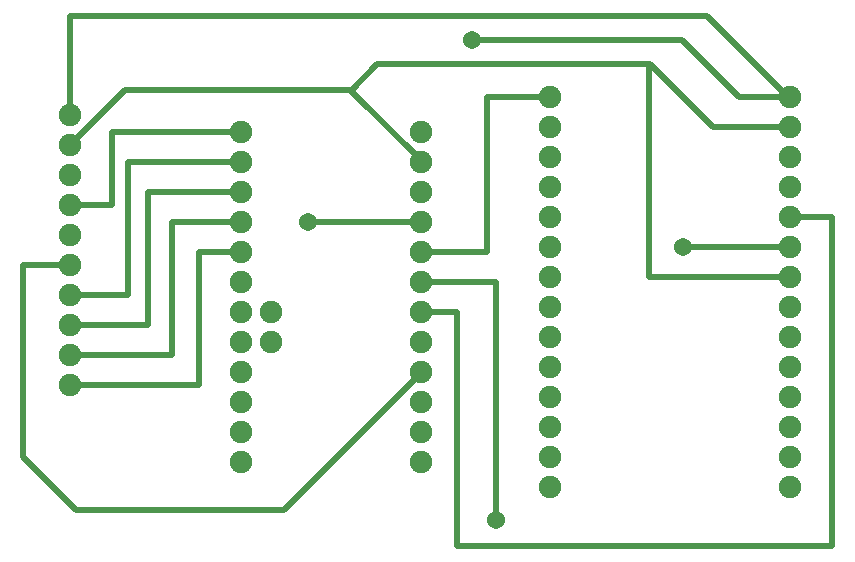
<source format=gbr>
G04 #@! TF.FileFunction,Copper,L2,Bot,Signal*
%FSLAX46Y46*%
G04 Gerber Fmt 4.6, Leading zero omitted, Abs format (unit mm)*
G04 Created by KiCad (PCBNEW 4.0.7) date Friday, July 06, 2018 'PMt' 05:05:22 PM*
%MOMM*%
%LPD*%
G01*
G04 APERTURE LIST*
%ADD10C,0.100000*%
%ADD11C,1.905000*%
%ADD12C,1.533200*%
%ADD13C,0.478600*%
G04 APERTURE END LIST*
D10*
D11*
X152273000Y-83312000D03*
X152273000Y-80772000D03*
X152273000Y-78232000D03*
X152273000Y-75692000D03*
X152273000Y-73152000D03*
X152273000Y-70612000D03*
X152273000Y-68072000D03*
X152273000Y-65532000D03*
X152273000Y-62992000D03*
X152273000Y-60452000D03*
X166751000Y-61849000D03*
X166751000Y-64389000D03*
X166751000Y-66929000D03*
X166751000Y-69469000D03*
X166751000Y-72009000D03*
X166751000Y-74549000D03*
X166751000Y-77089000D03*
X166751000Y-79629000D03*
X166751000Y-82169000D03*
X166751000Y-84709000D03*
X166751000Y-87249000D03*
X166751000Y-89789000D03*
X169291000Y-77089000D03*
X169291000Y-79629000D03*
X181991000Y-89789000D03*
X181991000Y-87249000D03*
X181991000Y-84709000D03*
X181991000Y-82169000D03*
X181991000Y-79629000D03*
X181991000Y-77089000D03*
X181991000Y-74549000D03*
X181991000Y-72009000D03*
X181991000Y-69469000D03*
X181991000Y-66929000D03*
X181991000Y-64389000D03*
X181991000Y-61849000D03*
X192913000Y-58928000D03*
X192913000Y-61468000D03*
X192913000Y-64008000D03*
X192913000Y-66548000D03*
X192913000Y-69088000D03*
X192913000Y-71628000D03*
X192913000Y-74168000D03*
X192913000Y-76708000D03*
X192913000Y-79248000D03*
X192913000Y-81788000D03*
X192913000Y-84328000D03*
X192913000Y-86868000D03*
X192913000Y-89408000D03*
X192913000Y-91948000D03*
X213233000Y-91948000D03*
X213233000Y-89408000D03*
X213233000Y-86868000D03*
X213233000Y-84328000D03*
X213233000Y-81788000D03*
X213233000Y-79248000D03*
X213233000Y-76708000D03*
X213233000Y-74168000D03*
X213233000Y-71628000D03*
X213233000Y-69088000D03*
X213233000Y-66548000D03*
X213233000Y-64008000D03*
X213233000Y-61468000D03*
X213233000Y-58928000D03*
D12*
X186309000Y-54102000D03*
X172466000Y-69469000D03*
X204216000Y-71628000D03*
X188341000Y-94742000D03*
D13*
X166751000Y-72009000D02*
X163195000Y-72009000D01*
X163195000Y-83312000D02*
X152273000Y-83312000D01*
X163195000Y-72009000D02*
X163195000Y-83312000D01*
X166751000Y-69469000D02*
X160909000Y-69469000D01*
X160909000Y-80772000D02*
X152273000Y-80772000D01*
X160909000Y-69469000D02*
X160909000Y-80772000D01*
X152273000Y-78232000D02*
X158877000Y-78232000D01*
X158877000Y-66929000D02*
X166751000Y-66929000D01*
X158877000Y-78232000D02*
X158877000Y-66929000D01*
X166751000Y-64389000D02*
X157226000Y-64389000D01*
X157226000Y-75692000D02*
X152273000Y-75692000D01*
X157226000Y-64389000D02*
X157226000Y-75692000D01*
X170434000Y-93853000D02*
X152781000Y-93853000D01*
X152781000Y-93853000D02*
X148336000Y-89408000D01*
X152273000Y-73152000D02*
X148336000Y-73152000D01*
X170434000Y-93853000D02*
X181991000Y-82296000D01*
X148336000Y-73152000D02*
X148336000Y-89408000D01*
X181991000Y-82296000D02*
X181991000Y-82169000D01*
X166751000Y-61849000D02*
X155829000Y-61849000D01*
X155829000Y-68072000D02*
X152273000Y-68072000D01*
X155829000Y-61849000D02*
X155829000Y-68072000D01*
X208915000Y-58928000D02*
X204089000Y-54102000D01*
X204089000Y-54102000D02*
X186309000Y-54102000D01*
X213233000Y-58928000D02*
X208915000Y-58928000D01*
X172466000Y-69469000D02*
X181991000Y-69469000D01*
X152273000Y-60452000D02*
X152273000Y-52070000D01*
X206248000Y-52070000D02*
X152527000Y-52070000D01*
X206248000Y-52070000D02*
X213106000Y-58928000D01*
X152273000Y-52070000D02*
X152527000Y-52070000D01*
X213233000Y-58928000D02*
X213106000Y-58928000D01*
X212598000Y-58928000D02*
X213233000Y-58928000D01*
X216789000Y-96901000D02*
X185039000Y-96901000D01*
X185039000Y-77089000D02*
X185039000Y-96901000D01*
X181991000Y-77089000D02*
X185039000Y-77089000D01*
X216789000Y-69088000D02*
X216789000Y-96901000D01*
X216789000Y-69088000D02*
X213233000Y-69088000D01*
X213233000Y-71628000D02*
X204216000Y-71628000D01*
X188341000Y-74549000D02*
X181991000Y-74549000D01*
X188341000Y-94742000D02*
X188341000Y-74549000D01*
X181991000Y-72009000D02*
X187579000Y-72009000D01*
X187579000Y-72009000D02*
X187579000Y-58928000D01*
X187579000Y-58928000D02*
X187579000Y-59055000D01*
X187579000Y-59055000D02*
X187579000Y-58928000D01*
X192913000Y-58928000D02*
X187579000Y-58928000D01*
X213233000Y-74168000D02*
X201295000Y-74168000D01*
X201295000Y-74168000D02*
X201295000Y-56134000D01*
X201295000Y-56134000D02*
X201422000Y-56134000D01*
X213233000Y-61468000D02*
X206756000Y-61468000D01*
X178308000Y-56134000D02*
X176085500Y-58356500D01*
X201422000Y-56134000D02*
X178308000Y-56134000D01*
X206756000Y-61468000D02*
X201422000Y-56134000D01*
X181991000Y-64389000D02*
X181991000Y-64262000D01*
X181991000Y-64262000D02*
X176085500Y-58356500D01*
X176085500Y-58356500D02*
X176022000Y-58293000D01*
X176022000Y-58293000D02*
X156972000Y-58293000D01*
X156972000Y-58293000D02*
X152273000Y-62992000D01*
M02*

</source>
